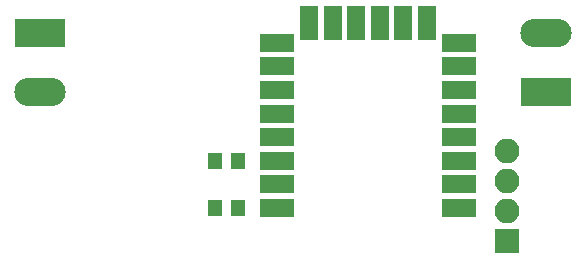
<source format=gbs>
G04 #@! TF.FileFunction,Soldermask,Bot*
%FSLAX46Y46*%
G04 Gerber Fmt 4.6, Leading zero omitted, Abs format (unit mm)*
G04 Created by KiCad (PCBNEW 4.0.7) date 03/28/18 09:41:18*
%MOMM*%
%LPD*%
G01*
G04 APERTURE LIST*
%ADD10C,0.100000*%
%ADD11R,2.100000X2.100000*%
%ADD12O,2.100000X2.100000*%
%ADD13R,4.360000X2.380000*%
%ADD14O,4.360000X2.380000*%
%ADD15R,2.900000X1.500000*%
%ADD16R,1.500000X2.900000*%
%ADD17R,1.245000X1.400000*%
G04 APERTURE END LIST*
D10*
D11*
X130800000Y-115320000D03*
D12*
X130800000Y-112780000D03*
X130800000Y-110240000D03*
X130800000Y-107700000D03*
D13*
X91200000Y-97700000D03*
D14*
X91200000Y-102700000D03*
D13*
X134100000Y-102700000D03*
D14*
X134100000Y-97700000D03*
D15*
X111300000Y-112500000D03*
X111300000Y-110500000D03*
X111300000Y-108500000D03*
X111300000Y-106500000D03*
X111300000Y-104500000D03*
X111300000Y-102500000D03*
X111300000Y-100500000D03*
X111300000Y-98500000D03*
X126700000Y-98500000D03*
X126700000Y-100500000D03*
X126700000Y-102500000D03*
X126700000Y-104500000D03*
X126700000Y-106500000D03*
X126700000Y-108500000D03*
X126700000Y-110500000D03*
X126700000Y-112500000D03*
D16*
X113990000Y-96800000D03*
X115990000Y-96800000D03*
X117990000Y-96800000D03*
X119990000Y-96800000D03*
X121990000Y-96800000D03*
X123990000Y-96800000D03*
D17*
X107962500Y-112500000D03*
X106037500Y-112500000D03*
X107962500Y-108500000D03*
X106037500Y-108500000D03*
M02*

</source>
